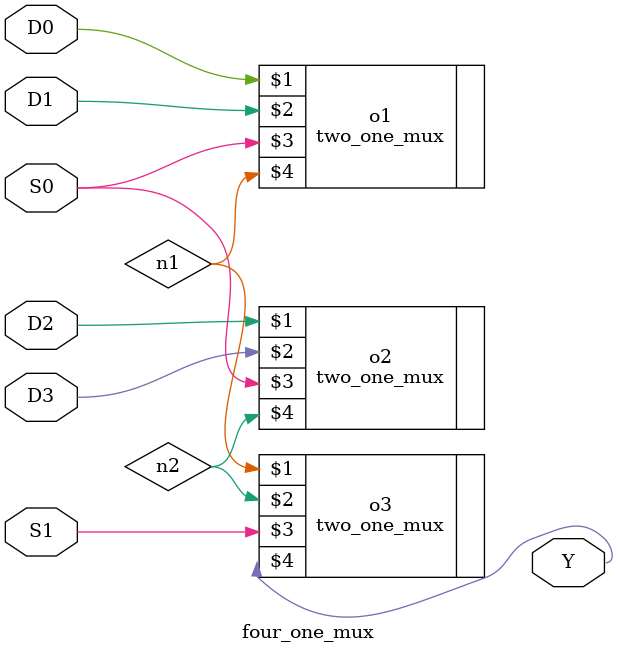
<source format=sv>
`timescale 1ns / 1ps


module four_one_mux(input logic D0,D1,D2,D3,S0,S1, output logic Y

    );
    logic n1,n2;
    two_one_mux o1(D0,D1,S0,n1);
    two_one_mux o2(D2,D3,S0,n2);
    two_one_mux o3(n1,n2,S1,Y);
endmodule

</source>
